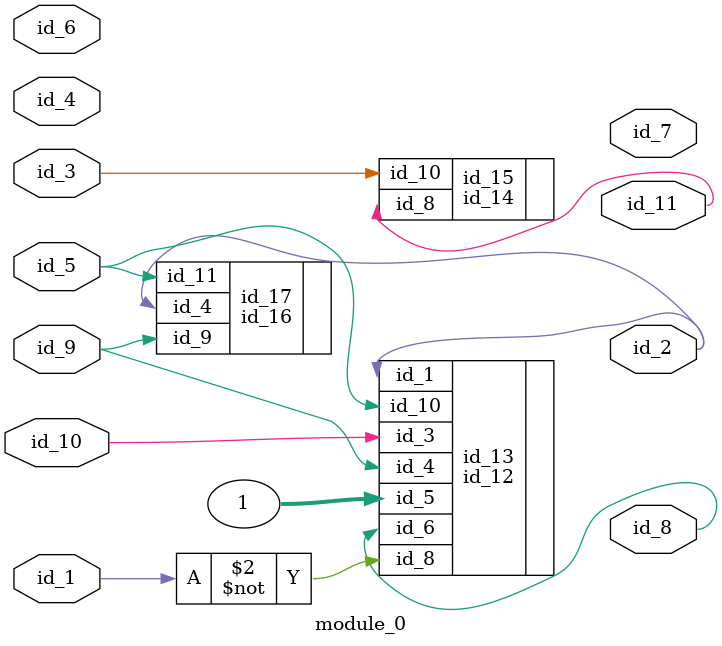
<source format=v>
module module_0 (
    id_1,
    id_2,
    id_3,
    id_4,
    id_5,
    id_6,
    id_7,
    id_8,
    id_9,
    id_10,
    id_11
);
  output id_11;
  input id_10;
  input id_9;
  output id_8;
  output id_7;
  input id_6;
  input id_5;
  input id_4;
  input id_3;
  output id_2;
  input id_1;
  id_12 id_13 (
      .id_5 (1),
      .id_10(id_5),
      .id_1 (id_2),
      .id_6 (id_8),
      .id_8 (~id_1),
      .id_4 (id_9),
      .id_3 (id_10)
  );
  id_14 id_15 (
      .id_8 (id_11),
      .id_10(id_3)
  );
  id_16 id_17 (
      .id_9 (id_9),
      .id_4 ((id_2)),
      .id_11(id_5)
  );
endmodule

</source>
